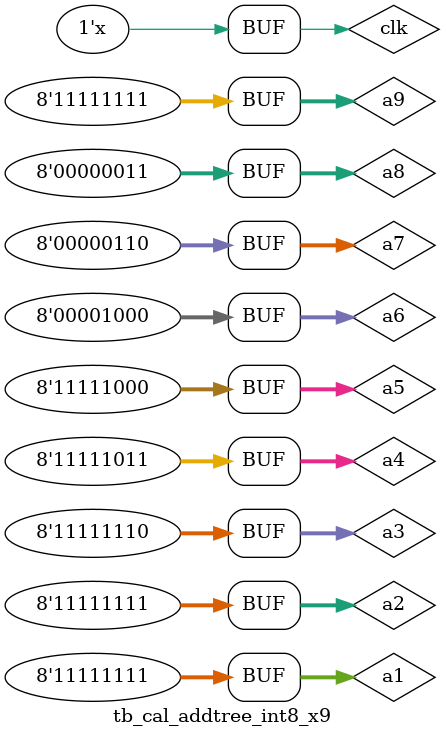
<source format=v>
`timescale 1ns/1ns
module tb_cal_addtree_int8_x9();
    reg clk;
    reg signed [7:0]a1;
	reg signed [7:0]a2;
	reg signed [7:0]a3;
	reg signed [7:0]a4;
	reg signed [7:0]a5;
	reg signed [7:0]a6;
	reg signed [7:0]a7;
	reg signed [7:0]a8;
	reg signed [7:0]a9;
    wire signed [9:0] dout;

    initial begin
        clk<=0;
        a1<=-1;
        a2<=-1;
        a3<=-2;
        a4<=-5;
        a5<=-8;
        a6<= 8;
        a7<= 6;
        a8<= 3;
        a9<=-1;
    end
    always #10 clk=~clk;

cal_addtree_int8_x9 u_cal_addtree_int8_x9
(
    .clk(clk),
    .a1(a1),
	.a2(a2),
	.a3(a3),
	.a4(a4),
	.a5(a5),
	.a6(a6),
	.a7(a7),
	.a8(a8),
	.a9(a9),
	.dout(dout) //¶à³ö·ûºÅÎ»ºÍ½øÎ»
);

endmodule
</source>
